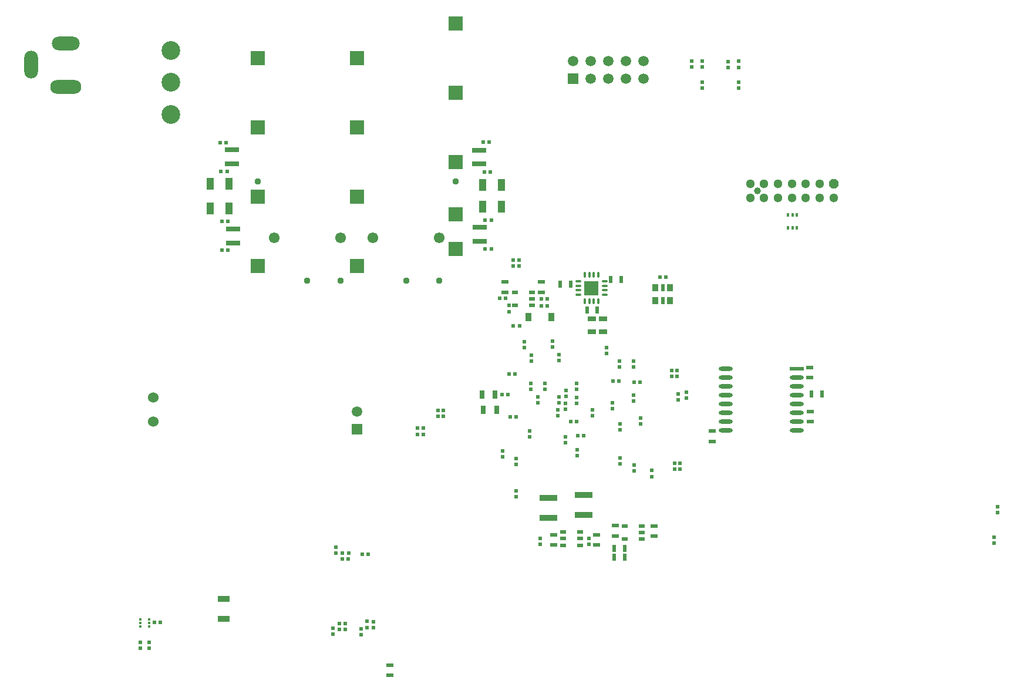
<source format=gbr>
G04 Layer_Color=255*
%FSLAX45Y45*%
%MOMM*%
%TF.FileFunction,Pads,Bot*%
%TF.Part,Single*%
G01*
G75*
%TA.AperFunction,SMDPad,CuDef*%
%ADD14R,1.00000X0.60000*%
%ADD15R,0.60000X1.00000*%
%ADD16R,0.42000X0.60000*%
%ADD17O,0.42000X0.60000*%
%ADD18R,0.60000X0.55000*%
%ADD20R,0.55000X0.60000*%
%ADD23R,0.70000X1.30000*%
%ADD29R,1.30000X0.70000*%
%ADD30R,1.70000X0.90000*%
%ADD38R,2.60000X0.90000*%
%TA.AperFunction,ComponentPad*%
%ADD75C,1.00000*%
%ADD76C,1.30000*%
G04:AMPARAMS|DCode=77|XSize=1.3mm|YSize=1.3mm|CornerRadius=0mm|HoleSize=0mm|Usage=FLASHONLY|Rotation=180.000|XOffset=0mm|YOffset=0mm|HoleType=Round|Shape=Octagon|*
%AMOCTAGOND77*
4,1,8,-0.65000,0.32500,-0.65000,-0.32500,-0.32500,-0.65000,0.32500,-0.65000,0.65000,-0.32500,0.65000,0.32500,0.32500,0.65000,-0.32500,0.65000,-0.65000,0.32500,0.0*
%
%ADD77OCTAGOND77*%

%ADD78C,1.50000*%
%ADD79C,1.50000*%
%TA.AperFunction,SMDPad,CuDef*%
%ADD80O,2.00000X4.00000*%
%ADD81O,4.00000X2.00000*%
%ADD82O,4.50000X2.00000*%
%TA.AperFunction,ComponentPad*%
%ADD83R,1.50000X1.50000*%
%ADD84R,1.50000X1.50000*%
%ADD85C,2.70000*%
%ADD86C,1.52400*%
%ADD87C,1.55000*%
%ADD88C,0.95000*%
%ADD89R,2.00000X2.00000*%
%TA.AperFunction,SMDPad,CuDef*%
%ADD112R,0.45000X0.34290*%
%ADD113R,0.91000X1.22000*%
%ADD114R,0.95000X0.60000*%
%ADD115R,1.10000X1.70000*%
%ADD116R,2.00000X0.80000*%
%ADD117R,2.00000X0.60000*%
%ADD118O,2.00000X0.60000*%
%ADD119R,0.90000X1.00000*%
%ADD120R,0.50000X1.00000*%
%ADD121O,0.95000X0.30000*%
%ADD122O,0.30000X0.95000*%
%ADD123R,2.10000X2.10000*%
D14*
X13391760Y8169980D02*
D03*
Y8019980D02*
D03*
X11974441Y7738040D02*
D03*
Y7888040D02*
D03*
X13380000Y8655000D02*
D03*
Y8805000D02*
D03*
X7324560Y4512380D02*
D03*
Y4362380D02*
D03*
X9514840Y10039420D02*
D03*
Y9889420D02*
D03*
X8989060Y9889420D02*
D03*
Y10039420D02*
D03*
X10574020Y6521520D02*
D03*
Y6371520D02*
D03*
X11140440Y6518980D02*
D03*
Y6368980D02*
D03*
X9690100Y6241980D02*
D03*
Y6391980D02*
D03*
X10304780Y6241980D02*
D03*
Y6391980D02*
D03*
D15*
X10712520Y6189980D02*
D03*
X10562520D02*
D03*
X10562520Y6062980D02*
D03*
X10712520D02*
D03*
X13405000Y8420000D02*
D03*
X13555000D02*
D03*
X10169120Y9631680D02*
D03*
X10319120D02*
D03*
X9935280Y10005060D02*
D03*
X9785280D02*
D03*
X10514040Y10075660D02*
D03*
X10664040D02*
D03*
D16*
X13195300Y11002780D02*
D03*
X13133299D02*
D03*
X13071300D02*
D03*
X13133299Y10812780D02*
D03*
X13071300D02*
D03*
D17*
X13195300D02*
D03*
D18*
X4017760Y5128260D02*
D03*
X3930060D02*
D03*
X9194280Y9403080D02*
D03*
X9106580D02*
D03*
X8775020Y11617960D02*
D03*
X8690020D02*
D03*
X4902500Y10909381D02*
D03*
X4987500D02*
D03*
X4892720Y11633201D02*
D03*
X4977720D02*
D03*
X4882560Y12044681D02*
D03*
X4967560D02*
D03*
X8759780Y12049760D02*
D03*
X8674780D02*
D03*
X8787720Y10924539D02*
D03*
X8702720D02*
D03*
X8787720Y10515599D02*
D03*
X8702720D02*
D03*
X4907580Y10495361D02*
D03*
X4992580D02*
D03*
X11307400Y10106660D02*
D03*
X11222400D02*
D03*
X10932500Y8590000D02*
D03*
X10847500D02*
D03*
X10632500Y8610000D02*
D03*
X10547500D02*
D03*
X9145860Y8092440D02*
D03*
X9060860D02*
D03*
X9045620Y8704580D02*
D03*
X9130620D02*
D03*
X9032500Y8410000D02*
D03*
X8947500D02*
D03*
X10033680Y7818120D02*
D03*
X10118680D02*
D03*
X10022160Y8018780D02*
D03*
X9937160D02*
D03*
X7012500Y6110000D02*
D03*
X6927500D02*
D03*
X9510440Y9692640D02*
D03*
X9595440D02*
D03*
X6732220Y6129020D02*
D03*
X6644520D02*
D03*
X6686500Y5113020D02*
D03*
X6598800D02*
D03*
X6641820Y6045200D02*
D03*
X6729520D02*
D03*
X6596100Y5029200D02*
D03*
X6683800D02*
D03*
X9598140Y9789160D02*
D03*
X9510440D02*
D03*
X8910840Y9796780D02*
D03*
X8998540D02*
D03*
D20*
X3858260Y4755560D02*
D03*
Y4843260D02*
D03*
X3726180Y4755560D02*
D03*
Y4843260D02*
D03*
X6501600Y4953680D02*
D03*
Y5038680D02*
D03*
X10195560Y6249080D02*
D03*
Y6334080D02*
D03*
X9491980Y6254160D02*
D03*
Y6339160D02*
D03*
X7726680Y7926820D02*
D03*
Y7839120D02*
D03*
X7813040Y7926820D02*
D03*
Y7839120D02*
D03*
X9750000Y8192500D02*
D03*
Y8107500D02*
D03*
X11386820Y8760620D02*
D03*
Y8672920D02*
D03*
X11470640Y8760620D02*
D03*
Y8672920D02*
D03*
X11483340Y8419580D02*
D03*
Y8331880D02*
D03*
X11600000Y8445200D02*
D03*
Y8357500D02*
D03*
X10025380Y7529240D02*
D03*
Y7616940D02*
D03*
X16037560Y6357100D02*
D03*
Y6269400D02*
D03*
X16093440Y6711200D02*
D03*
Y6798900D02*
D03*
X9105900Y10352520D02*
D03*
Y10264820D02*
D03*
X9189720Y10352520D02*
D03*
Y10264820D02*
D03*
X8100000Y8185200D02*
D03*
Y8097500D02*
D03*
X8020000Y8185200D02*
D03*
Y8097500D02*
D03*
X11430000Y7337500D02*
D03*
Y7425200D02*
D03*
X11510000D02*
D03*
Y7337500D02*
D03*
X12352020Y12832761D02*
D03*
Y12920461D02*
D03*
X11828780Y12832761D02*
D03*
Y12920461D02*
D03*
X12352020Y13217480D02*
D03*
Y13129781D02*
D03*
X12202160Y13214940D02*
D03*
Y13127240D02*
D03*
X11828780Y13225101D02*
D03*
Y13137399D02*
D03*
X11676380Y13225101D02*
D03*
Y13137399D02*
D03*
X10640060Y8896940D02*
D03*
Y8811940D02*
D03*
X10450000Y9092500D02*
D03*
Y9007500D02*
D03*
X10845800Y7313340D02*
D03*
Y7398340D02*
D03*
X10645140Y7499940D02*
D03*
Y7414940D02*
D03*
X10647680Y7902620D02*
D03*
Y7987620D02*
D03*
X10246360Y8110900D02*
D03*
Y8195900D02*
D03*
X10942320Y7988980D02*
D03*
Y8073980D02*
D03*
X10538460Y8212500D02*
D03*
Y8297500D02*
D03*
X10843260Y8321720D02*
D03*
Y8406720D02*
D03*
X9359900Y8491900D02*
D03*
Y8576900D02*
D03*
X9860280Y8202340D02*
D03*
Y8287340D02*
D03*
X9458960Y8376240D02*
D03*
Y8291240D02*
D03*
X9563100Y8484280D02*
D03*
Y8569280D02*
D03*
X9860000Y7717500D02*
D03*
Y7802500D02*
D03*
X10020300Y8288700D02*
D03*
Y8373700D02*
D03*
X10022840Y8491900D02*
D03*
Y8576900D02*
D03*
X9364980Y8893220D02*
D03*
Y8978220D02*
D03*
X9265920Y9171260D02*
D03*
Y9086260D02*
D03*
X6547320Y6207080D02*
D03*
Y6122080D02*
D03*
X6915620Y4951140D02*
D03*
Y5036140D02*
D03*
X7085800Y5050040D02*
D03*
Y5137740D02*
D03*
X6996900Y5140440D02*
D03*
Y5052740D02*
D03*
X9050000Y9695200D02*
D03*
Y9607500D02*
D03*
X9865360Y8390300D02*
D03*
Y8475300D02*
D03*
X9763760Y8905920D02*
D03*
Y8990920D02*
D03*
X9669780Y9178880D02*
D03*
Y9093880D02*
D03*
X9342120Y7806100D02*
D03*
Y7891100D02*
D03*
X9150000Y7407500D02*
D03*
Y7492500D02*
D03*
X8950000Y7602500D02*
D03*
Y7517500D02*
D03*
X9150000Y7022500D02*
D03*
Y6937500D02*
D03*
X10840000Y8892500D02*
D03*
Y8807500D02*
D03*
X9761220Y8376240D02*
D03*
Y8291240D02*
D03*
X11104880Y7228680D02*
D03*
Y7316380D02*
D03*
D23*
X8675000Y8190000D02*
D03*
X8865000D02*
D03*
X8845000Y8410000D02*
D03*
X8655000D02*
D03*
D29*
X10240000Y9505000D02*
D03*
Y9315000D02*
D03*
X10400000Y9315000D02*
D03*
Y9505000D02*
D03*
D30*
X4933479Y5467020D02*
D03*
Y5177020D02*
D03*
D38*
X9616440Y6631720D02*
D03*
Y6921720D02*
D03*
X10120000Y6965000D02*
D03*
Y6675000D02*
D03*
D75*
X12624180Y11348720D02*
D03*
D76*
X12524180Y11248720D02*
D03*
X12724180D02*
D03*
X12924181D02*
D03*
X13124181D02*
D03*
X13324181D02*
D03*
X13524181D02*
D03*
X13724181D02*
D03*
X12524180Y11448720D02*
D03*
X12724180D02*
D03*
X12924181D02*
D03*
X13124181D02*
D03*
X13324181D02*
D03*
X13524181D02*
D03*
D77*
X13724181D02*
D03*
D78*
X2531840Y12851199D02*
D03*
X2781840D02*
D03*
D79*
X2156840Y13271201D02*
D03*
Y13071201D02*
D03*
X2756840Y13471201D02*
D03*
X2556840D02*
D03*
X9969500Y13218159D02*
D03*
X10223500Y12964160D02*
D03*
Y13218159D02*
D03*
X10477500Y12964160D02*
D03*
Y13218159D02*
D03*
X10731500Y12964160D02*
D03*
Y13218159D02*
D03*
X10985500Y12964160D02*
D03*
Y13218159D02*
D03*
X6852920Y8166100D02*
D03*
D80*
X2156840Y13171201D02*
D03*
D81*
X2656840Y13471201D02*
D03*
D82*
Y12851199D02*
D03*
D83*
X9969500Y12964160D02*
D03*
D84*
X6852920Y7912100D02*
D03*
D85*
X4165600Y12913361D02*
D03*
Y13373360D02*
D03*
Y12453360D02*
D03*
D86*
X3916680Y8373860D02*
D03*
Y8023860D02*
D03*
D87*
X5657320Y10673839D02*
D03*
X6617320D02*
D03*
X7082320Y10673840D02*
D03*
X8042320D02*
D03*
D88*
Y10053840D02*
D03*
X7562320D02*
D03*
X6137320D02*
D03*
X6617320D02*
D03*
X8275320Y11483840D02*
D03*
X5425320D02*
D03*
D89*
X8275320Y13763840D02*
D03*
Y12763840D02*
D03*
Y11763840D02*
D03*
Y11013840D02*
D03*
Y10513840D02*
D03*
X5425320Y13263840D02*
D03*
Y12263840D02*
D03*
Y11263840D02*
D03*
Y10263840D02*
D03*
X6850320D02*
D03*
Y11263840D02*
D03*
Y12263840D02*
D03*
Y13263840D02*
D03*
D112*
X3732261Y5166880D02*
D03*
Y5116880D02*
D03*
Y5066880D02*
D03*
X3857261D02*
D03*
Y5116880D02*
D03*
Y5166880D02*
D03*
D113*
X9326500Y9530000D02*
D03*
X9653500D02*
D03*
D114*
X10958140Y6328660D02*
D03*
Y6518660D02*
D03*
Y6423660D02*
D03*
X10713140Y6328660D02*
D03*
Y6518660D02*
D03*
X10071680Y6334760D02*
D03*
Y6429760D02*
D03*
Y6239760D02*
D03*
X9826680D02*
D03*
Y6429760D02*
D03*
Y6334760D02*
D03*
X9373180Y9699240D02*
D03*
Y9889240D02*
D03*
Y9794240D02*
D03*
X9128180Y9699240D02*
D03*
Y9889240D02*
D03*
D115*
X8668640Y11437620D02*
D03*
X8938640D02*
D03*
X5006340Y11094720D02*
D03*
X4736340D02*
D03*
X5006720Y11451340D02*
D03*
X4736720D02*
D03*
X8668640Y11121640D02*
D03*
X8938640D02*
D03*
D116*
X8610600Y11936400D02*
D03*
Y11736400D02*
D03*
X5066920Y10598561D02*
D03*
Y10798561D02*
D03*
X5046980Y11938941D02*
D03*
Y11738940D02*
D03*
X8623300Y10621339D02*
D03*
Y10821340D02*
D03*
D117*
X13196599Y8780780D02*
D03*
D118*
Y8653780D02*
D03*
Y8526780D02*
D03*
Y8399780D02*
D03*
Y8272780D02*
D03*
Y8145780D02*
D03*
Y8018780D02*
D03*
Y7891780D02*
D03*
X12166599Y8780780D02*
D03*
Y8653780D02*
D03*
Y8526780D02*
D03*
Y8399780D02*
D03*
Y8272780D02*
D03*
Y8145780D02*
D03*
Y8018780D02*
D03*
Y7891780D02*
D03*
D119*
X11154860Y9765280D02*
D03*
Y9955280D02*
D03*
X11369860Y9765280D02*
D03*
Y9955280D02*
D03*
D120*
X11262360Y9765280D02*
D03*
Y9955280D02*
D03*
D121*
X10421620Y9851160D02*
D03*
Y10046160D02*
D03*
Y9916160D02*
D03*
Y9981160D02*
D03*
X10046620Y9851160D02*
D03*
Y10046160D02*
D03*
Y9916160D02*
D03*
Y9981160D02*
D03*
D122*
X10331620Y9761160D02*
D03*
Y10136160D02*
D03*
X10266620Y9761160D02*
D03*
X10201620D02*
D03*
X10136620D02*
D03*
X10266620Y10136160D02*
D03*
X10201620D02*
D03*
X10136620D02*
D03*
D123*
X10234120Y9948660D02*
D03*
%TF.MD5,c1e449aeda209df8b4d42f29ae91c0ba*%
M02*

</source>
